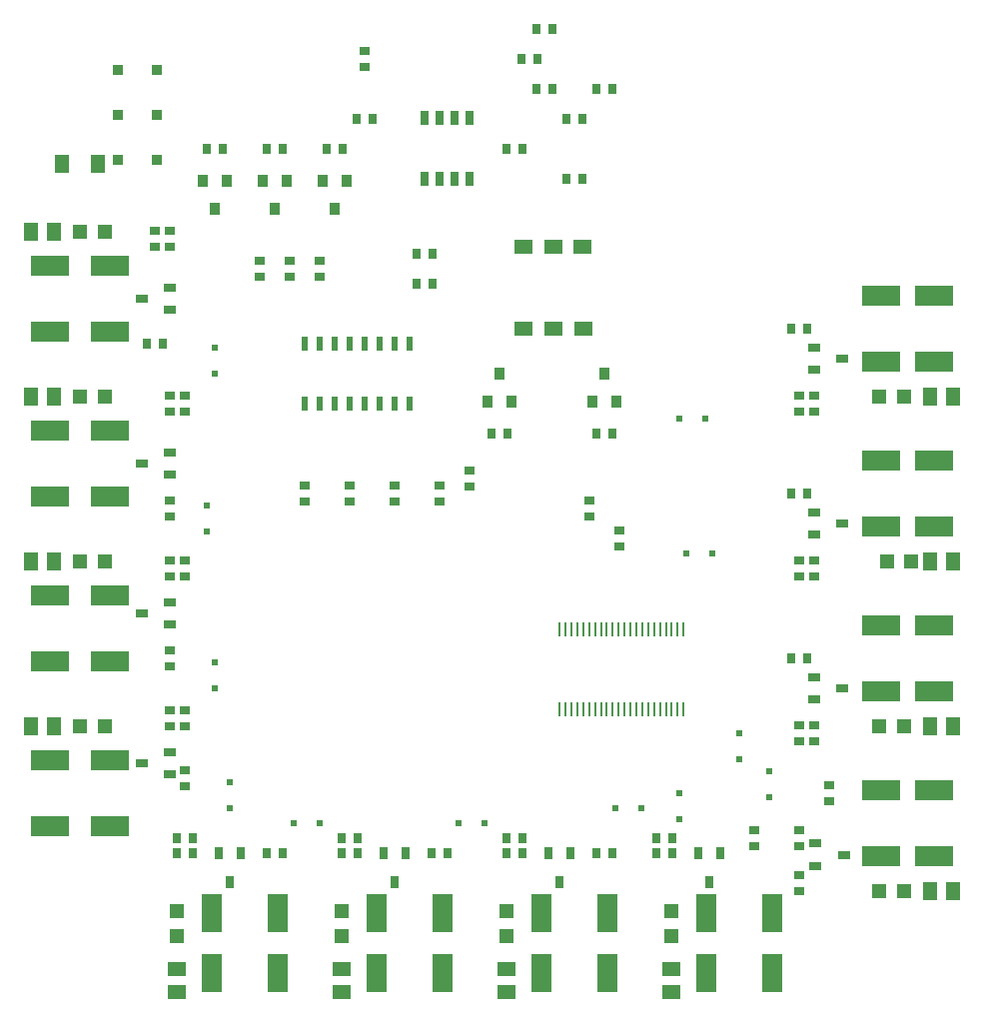
<source format=gtp>
G75*
G70*
%OFA0B0*%
%FSLAX24Y24*%
%IPPOS*%
%LPD*%
%AMOC8*
5,1,8,0,0,1.08239X$1,22.5*
%
%ADD10R,0.0098X0.0492*%
%ADD11R,0.0354X0.0276*%
%ADD12R,0.0220X0.0470*%
%ADD13R,0.0354X0.0394*%
%ADD14R,0.0600X0.0500*%
%ADD15R,0.0300X0.0450*%
%ADD16R,0.0276X0.0354*%
%ADD17R,0.0236X0.0236*%
%ADD18R,0.0394X0.0315*%
%ADD19R,0.1260X0.0709*%
%ADD20R,0.0472X0.0472*%
%ADD21R,0.0512X0.0591*%
%ADD22R,0.0315X0.0394*%
%ADD23R,0.0709X0.1260*%
%ADD24R,0.0591X0.0512*%
%ADD25R,0.0335X0.0335*%
%ADD26R,0.0472X0.0630*%
D10*
X027693Y016444D03*
X027890Y016444D03*
X028087Y016444D03*
X028284Y016444D03*
X028481Y016444D03*
X028677Y016444D03*
X028874Y016444D03*
X029071Y016444D03*
X029268Y016444D03*
X029465Y016444D03*
X029662Y016444D03*
X029859Y016444D03*
X030055Y016444D03*
X030252Y016444D03*
X030449Y016444D03*
X030646Y016444D03*
X030843Y016444D03*
X031040Y016444D03*
X031237Y016444D03*
X031433Y016444D03*
X031630Y016444D03*
X031827Y016444D03*
X031827Y019121D03*
X031630Y019121D03*
X031433Y019121D03*
X031237Y019121D03*
X031040Y019121D03*
X030843Y019121D03*
X030646Y019121D03*
X030449Y019121D03*
X030252Y019121D03*
X030055Y019121D03*
X029859Y019121D03*
X029662Y019121D03*
X029465Y019121D03*
X029268Y019121D03*
X029071Y019121D03*
X028874Y019121D03*
X028677Y019121D03*
X028481Y019121D03*
X028284Y019121D03*
X028087Y019121D03*
X027890Y019121D03*
X027693Y019121D03*
D11*
X029681Y021885D03*
X029681Y022397D03*
X028681Y022885D03*
X028681Y023397D03*
X024681Y023885D03*
X024681Y024397D03*
X023681Y023897D03*
X023681Y023385D03*
X022181Y023385D03*
X022181Y023897D03*
X020681Y023897D03*
X020681Y023385D03*
X019181Y023385D03*
X019181Y023897D03*
X015181Y026385D03*
X014681Y026385D03*
X014681Y026897D03*
X015181Y026897D03*
X014681Y023397D03*
X014681Y022885D03*
X014681Y021397D03*
X015181Y021397D03*
X015181Y020885D03*
X014681Y020885D03*
X014681Y018397D03*
X014681Y017885D03*
X014681Y016397D03*
X015181Y016397D03*
X015181Y015885D03*
X014681Y015885D03*
X015181Y014397D03*
X015181Y013885D03*
X017681Y030885D03*
X017681Y031397D03*
X018681Y031397D03*
X018681Y030885D03*
X019681Y030885D03*
X019681Y031397D03*
X014681Y031885D03*
X014181Y031885D03*
X014181Y032397D03*
X014681Y032397D03*
X021181Y037885D03*
X021181Y038397D03*
X035681Y026897D03*
X035681Y026385D03*
X036181Y026385D03*
X036181Y026897D03*
X036181Y021397D03*
X036181Y020885D03*
X035681Y020885D03*
X035681Y021397D03*
X035681Y015897D03*
X036181Y015897D03*
X036181Y015385D03*
X035681Y015385D03*
X036681Y013897D03*
X036681Y013385D03*
X035681Y012397D03*
X035681Y011885D03*
X035681Y010897D03*
X035681Y010385D03*
X034181Y011885D03*
X034181Y012397D03*
D12*
X022681Y026641D03*
X022181Y026641D03*
X021681Y026641D03*
X021181Y026641D03*
X020681Y026641D03*
X020181Y026641D03*
X019681Y026641D03*
X019181Y026641D03*
X019181Y028641D03*
X019681Y028641D03*
X020181Y028641D03*
X020681Y028641D03*
X021181Y028641D03*
X021681Y028641D03*
X022181Y028641D03*
X022681Y028641D03*
D13*
X025288Y026716D03*
X026075Y026716D03*
X025681Y027641D03*
X028788Y026716D03*
X029575Y026716D03*
X029181Y027641D03*
X020575Y034066D03*
X019788Y034066D03*
X020181Y033141D03*
X018575Y034066D03*
X017788Y034066D03*
X018181Y033141D03*
X016575Y034066D03*
X015788Y034066D03*
X016181Y033141D03*
D14*
X026481Y031891D03*
X027501Y031891D03*
X028451Y031881D03*
X028481Y029141D03*
X027501Y029141D03*
X026481Y029141D03*
D15*
X024681Y034141D03*
X024181Y034141D03*
X023681Y034141D03*
X023181Y034141D03*
X023181Y036191D03*
X023681Y036191D03*
X024181Y036191D03*
X024681Y036191D03*
D16*
X025926Y035141D03*
X026437Y035141D03*
X027926Y034141D03*
X028437Y034141D03*
X028437Y036141D03*
X027926Y036141D03*
X027437Y037141D03*
X026926Y037141D03*
X026937Y038141D03*
X026426Y038141D03*
X026926Y039141D03*
X027437Y039141D03*
X028926Y037141D03*
X029437Y037141D03*
X023437Y031641D03*
X022926Y031641D03*
X022926Y030641D03*
X023437Y030641D03*
X020437Y035141D03*
X019926Y035141D03*
X020926Y036141D03*
X021437Y036141D03*
X018437Y035141D03*
X017926Y035141D03*
X016437Y035141D03*
X015926Y035141D03*
X014437Y028641D03*
X013926Y028641D03*
X025426Y025641D03*
X025937Y025641D03*
X028926Y025641D03*
X029437Y025641D03*
X035426Y023641D03*
X035937Y023641D03*
X035937Y018141D03*
X035426Y018141D03*
X031437Y012141D03*
X031437Y011641D03*
X030926Y011641D03*
X030926Y012141D03*
X029437Y011641D03*
X028926Y011641D03*
X026437Y011641D03*
X026437Y012141D03*
X025926Y012141D03*
X025926Y011641D03*
X023937Y011641D03*
X023426Y011641D03*
X020937Y011641D03*
X020937Y012141D03*
X020426Y012141D03*
X020426Y011641D03*
X018437Y011641D03*
X017926Y011641D03*
X015437Y011641D03*
X015437Y012141D03*
X014926Y012141D03*
X014926Y011641D03*
X035426Y029141D03*
X035937Y029141D03*
D17*
X032548Y026141D03*
X031681Y026141D03*
X031931Y021641D03*
X032798Y021641D03*
X033681Y015641D03*
X033681Y014775D03*
X034681Y014391D03*
X034681Y013525D03*
X031681Y013641D03*
X031681Y012775D03*
X030431Y013141D03*
X029565Y013141D03*
X025181Y012641D03*
X024315Y012641D03*
X019681Y012641D03*
X018815Y012641D03*
X016681Y013141D03*
X016681Y014007D03*
X016181Y017141D03*
X016181Y018007D03*
X015931Y022391D03*
X015931Y023257D03*
X016181Y027641D03*
X016181Y028507D03*
D18*
X014681Y029767D03*
X014681Y030515D03*
X013737Y030141D03*
X014681Y025015D03*
X014681Y024267D03*
X013737Y024641D03*
X014681Y020015D03*
X014681Y019267D03*
X013737Y019641D03*
X014681Y015015D03*
X014681Y014267D03*
X013737Y014641D03*
X036181Y016767D03*
X036181Y017515D03*
X037126Y017141D03*
X036231Y011965D03*
X036231Y011217D03*
X037176Y011591D03*
X036181Y022267D03*
X036181Y023015D03*
X037126Y022641D03*
X036181Y027767D03*
X036181Y028515D03*
X037126Y028141D03*
D19*
X010681Y012539D03*
X012681Y012539D03*
X012681Y014743D03*
X010681Y014743D03*
X010681Y018039D03*
X012681Y018039D03*
X012681Y020243D03*
X010681Y020243D03*
X010681Y023539D03*
X012681Y023539D03*
X012681Y025743D03*
X010681Y025743D03*
X010681Y029039D03*
X012681Y029039D03*
X012681Y031243D03*
X010681Y031243D03*
X038431Y030243D03*
X040181Y030243D03*
X040181Y028039D03*
X038431Y028039D03*
X038431Y024743D03*
X040181Y024743D03*
X040181Y022539D03*
X038431Y022539D03*
X038431Y019243D03*
X040181Y019243D03*
X040181Y017039D03*
X038431Y017039D03*
X038431Y013743D03*
X040181Y013743D03*
X040181Y011539D03*
X038431Y011539D03*
D20*
X038355Y010391D03*
X039181Y010391D03*
X039181Y015891D03*
X038355Y015891D03*
X038605Y021391D03*
X039431Y021391D03*
X039181Y026891D03*
X038355Y026891D03*
X031431Y009718D03*
X031431Y008891D03*
X025931Y008891D03*
X025931Y009718D03*
X020431Y009718D03*
X020431Y008891D03*
X014931Y008891D03*
X014931Y009718D03*
X012508Y015891D03*
X011681Y015891D03*
X011681Y021391D03*
X012508Y021391D03*
X012508Y026891D03*
X011681Y026891D03*
X011681Y032391D03*
X012508Y032391D03*
D21*
X010805Y032391D03*
X010057Y032391D03*
X010057Y026891D03*
X010805Y026891D03*
X010805Y021391D03*
X010057Y021391D03*
X010057Y015891D03*
X010805Y015891D03*
X040057Y015891D03*
X040805Y015891D03*
X040805Y021391D03*
X040057Y021391D03*
X040057Y026891D03*
X040805Y026891D03*
X040805Y010391D03*
X040057Y010391D03*
D22*
X033055Y011641D03*
X032307Y011641D03*
X032681Y010696D03*
X028055Y011641D03*
X027307Y011641D03*
X027681Y010696D03*
X022555Y011641D03*
X021807Y011641D03*
X022181Y010696D03*
X017055Y011641D03*
X016307Y011641D03*
X016681Y010696D03*
D23*
X016079Y009641D03*
X016079Y007641D03*
X018284Y007641D03*
X018284Y009641D03*
X021579Y009641D03*
X021579Y007641D03*
X023784Y007641D03*
X023784Y009641D03*
X027079Y009641D03*
X027079Y007641D03*
X029284Y007641D03*
X029284Y009641D03*
X032579Y009641D03*
X032579Y007641D03*
X034784Y007641D03*
X034784Y009641D03*
D24*
X031431Y007765D03*
X031431Y007017D03*
X025931Y007017D03*
X025931Y007765D03*
X020431Y007765D03*
X020431Y007017D03*
X014931Y007017D03*
X014931Y007765D03*
D25*
X014260Y034787D03*
X012961Y034787D03*
X012961Y036287D03*
X014260Y036287D03*
X014260Y037787D03*
X012961Y037787D03*
D26*
X012272Y034641D03*
X011091Y034641D03*
M02*

</source>
